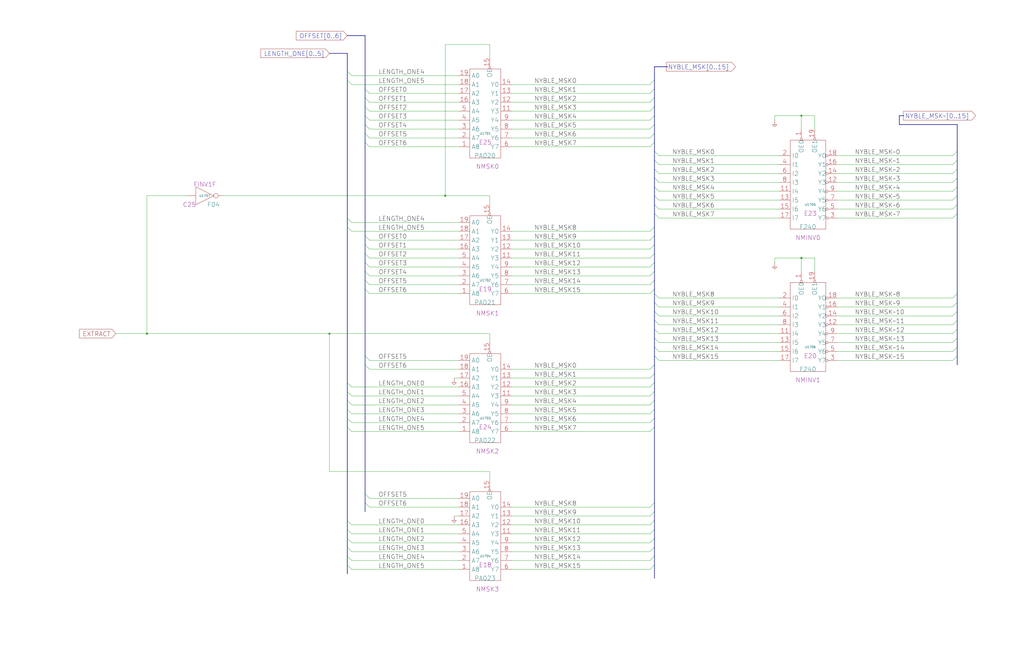
<source format=kicad_sch>
(kicad_sch (version 20250114) (generator "eeschema") (generator_version "9.0")
  (paper "User" 584.2 378.46)
  (title_block (title "ROTATOR NIBBLE MASK") (date "20-MAR-90") (rev "1.0") (comment 1 "FIU") (comment 2 "232-003065") (comment 3 "S400") (comment 4 "RELEASED"))
  (lib_symbols
    (symbol "r1000:F04" (pin_numbers (hide yes)) (pin_names (hide yes))
      (property "Reference" "U" (at 0 0 0))
      (property "Value" "F04" (at 1.27 -5.08 0))
      (property "Location" "___" (at -12.7 -5.08 0))
      (property "Name" "______" (at 0 5.08 0))
      (symbol "F04_0_1"
        (polyline (pts (xy -7.62 0) (xy -5.08 0)) (stroke (width 0.1524)))
        (polyline (pts (xy -5.08 5.08) (xy -5.08 -5.08)) (stroke (width 0.1524)))
        (polyline (pts (xy 5.08 0) (xy -5.08 5.08)) (stroke (width 0.1524)))
        (polyline (pts (xy 5.08 0) (xy -5.08 -5.08)) (stroke (width 0.1524)))
        (circle (center 6.35 0) (radius 1.27) (stroke (width 0.1524)))
      )
      (symbol "F04_1_1"
        (pin input line (at -10.16 0 0) (length 2.54) (name "D0") (number "1"))
        (pin output line (at 10.16 0 180) (length 2.54) (name "Q") (number "2"))
      )
    )
    (symbol "r1000:F240" (pin_names (offset 1.016))
      (property "Reference" "U" (at 2.54 5.08 0))
      (property "Value" "F240" (at -3.81 -7.62 0))
      (property "Location" "___" (at -1.27 0 0))
      (property "Name" "______" (at 1.27 -15.24 0))
      (symbol "F240_1_1"
        (rectangle (start -8.89 41.91) (end 11.43 -8.89))
        (circle (center -2.54 42.545) (radius 0.635))
        (circle (center 5.08 42.545) (radius 0.635))
        (circle (center 12.065 33.02) (radius 0.635))
        (circle (center 12.065 27.94) (radius 0.635))
        (circle (center 12.065 22.86) (radius 0.635))
        (circle (center 12.065 17.78) (radius 0.635))
        (circle (center 12.065 12.7) (radius 0.635))
        (circle (center 12.065 7.62) (radius 0.635))
        (circle (center 12.065 2.54) (radius 0.635))
        (circle (center 12.065 -2.54) (radius 0.635))
        (pin input line (at -15.24 33.02 0) (length 6.35) (name "I0") (number "2"))
        (pin input line (at -15.24 27.94 0) (length 6.35) (name "I1") (number "4"))
        (pin input line (at -15.24 22.86 0) (length 6.35) (name "I2") (number "6"))
        (pin input line (at -15.24 17.78 0) (length 6.35) (name "I3") (number "8"))
        (pin input line (at -15.24 12.7 0) (length 6.35) (name "I4") (number "11"))
        (pin input line (at -15.24 7.62 0) (length 6.35) (name "I5") (number "13"))
        (pin input line (at -15.24 2.54 0) (length 6.35) (name "I6") (number "15"))
        (pin input line (at -15.24 -2.54 0) (length 6.35) (name "I7") (number "17"))
        (pin input line (at -2.54 48.26 270) (length 5.08) (name "OE0") (number "1"))
        (pin input line (at 5.08 48.26 270) (length 5.08) (name "OE1") (number "19"))
        (pin tri_state line (at 17.78 33.02 180) (length 5.08) (name "Y0") (number "18"))
        (pin tri_state line (at 17.78 27.94 180) (length 5.08) (name "Y1") (number "16"))
        (pin tri_state line (at 17.78 22.86 180) (length 5.08) (name "Y2") (number "14"))
        (pin tri_state line (at 17.78 17.78 180) (length 5.08) (name "Y3") (number "12"))
        (pin tri_state line (at 17.78 12.7 180) (length 5.08) (name "Y4") (number "9"))
        (pin tri_state line (at 17.78 7.62 180) (length 5.08) (name "Y5") (number "7"))
        (pin tri_state line (at 17.78 2.54 180) (length 5.08) (name "Y6") (number "5"))
        (pin tri_state line (at 17.78 -2.54 180) (length 5.08) (name "Y7") (number "3"))
      )
    )
    (symbol "r1000:PAxxx" (pin_names (offset 1.016))
      (property "Reference" "U" (at 2.54 5.08 0))
      (property "Value" "PAxxx" (at -3.81 -7.62 0))
      (property "Location" "___" (at -1.27 0 0))
      (property "Name" "______" (at 3.81 -15.24 0))
      (symbol "PAxxx_1_1"
        (rectangle (start -6.35 41.91) (end 11.43 -8.89))
        (circle (center 5.08 42.545) (radius 0.635))
        (pin input line (at -12.7 38.1 0) (length 6.35) (name "A0") (number "19"))
        (pin input line (at -12.7 33.02 0) (length 6.35) (name "A1") (number "18"))
        (pin input line (at -12.7 27.94 0) (length 6.35) (name "A2") (number "17"))
        (pin input line (at -12.7 22.86 0) (length 6.35) (name "A3") (number "16"))
        (pin input line (at -12.7 17.78 0) (length 6.35) (name "A4") (number "5"))
        (pin input line (at -12.7 12.7 0) (length 6.35) (name "A5") (number "4"))
        (pin input line (at -12.7 7.62 0) (length 6.35) (name "A6") (number "3"))
        (pin input line (at -12.7 2.54 0) (length 6.35) (name "A7") (number "2"))
        (pin input line (at -12.7 -2.54 0) (length 6.35) (name "A8") (number "1"))
        (pin input line (at 5.08 48.26 270) (length 5.08) (name "OE") (number "15"))
        (pin tri_state line (at 17.78 33.02 180) (length 6.35) (name "Y0") (number "14"))
        (pin tri_state line (at 17.78 27.94 180) (length 6.35) (name "Y1") (number "13"))
        (pin tri_state line (at 17.78 22.86 180) (length 6.35) (name "Y2") (number "12"))
        (pin tri_state line (at 17.78 17.78 180) (length 6.35) (name "Y3") (number "11"))
        (pin tri_state line (at 17.78 12.7 180) (length 6.35) (name "Y4") (number "9"))
        (pin tri_state line (at 17.78 7.62 180) (length 6.35) (name "Y5") (number "8"))
        (pin tri_state line (at 17.78 2.54 180) (length 6.35) (name "Y6") (number "7"))
        (pin tri_state line (at 17.78 -2.54 180) (length 6.35) (name "Y7") (number "6"))
      )
    )
    (symbol "r1000:PD" (power) (pin_numbers (hide yes)) (pin_names (hide yes)) (in_bom no)
      (symbol "PD_0_1"
        (polyline (pts (xy 0 -2.54) (xy 1.27 -2.54) (xy 0 -3.81) (xy -1.27 -2.54) (xy 0 -2.54)) (stroke (width 0.1524)))
      )
      (symbol "PD_1_1"
        (pin power_in line (at 0 0 270) (length 2.54) (name "PD") (number "1"))
      )
    )
  )
  (junction (at 457.2 147.32))
  (junction (at 83.82 190.5))
  (junction (at 254 111.76))
  (junction (at 457.2 66.04))
  (junction (at 187.96 190.5))
  (bus_entry (at 208.28 208.28) (size 2.54 2.54))
  (bus_entry (at 373.38 233.68) (size -2.54 2.54))
  (bus_entry (at 198.12 40.64) (size 2.54 2.54))
  (bus_entry (at 208.28 134.62) (size 2.54 2.54))
  (bus_entry (at 373.38 238.76) (size -2.54 2.54))
  (bus_entry (at 208.28 144.78) (size 2.54 2.54))
  (bus_entry (at 373.38 129.54) (size -2.54 2.54))
  (bus_entry (at 373.38 218.44) (size -2.54 2.54))
  (bus_entry (at 208.28 60.96) (size 2.54 2.54))
  (bus_entry (at 546.1 116.84) (size -2.54 2.54))
  (bus_entry (at 373.38 243.84) (size -2.54 2.54))
  (bus_entry (at 373.38 165.1) (size -2.54 2.54))
  (bus_entry (at 546.1 198.12) (size -2.54 2.54))
  (bus_entry (at 373.38 149.86) (size -2.54 2.54))
  (bus_entry (at 198.12 322.58) (size 2.54 2.54))
  (bus_entry (at 373.38 228.6) (size -2.54 2.54))
  (bus_entry (at 208.28 81.28) (size 2.54 2.54))
  (bus_entry (at 546.1 182.88) (size -2.54 2.54))
  (bus_entry (at 198.12 297.18) (size 2.54 2.54))
  (bus_entry (at 198.12 317.5) (size 2.54 2.54))
  (bus_entry (at 373.38 106.68) (size 2.54 2.54))
  (bus_entry (at 373.38 292.1) (size -2.54 2.54))
  (bus_entry (at 373.38 134.62) (size -2.54 2.54))
  (bus_entry (at 546.1 86.36) (size -2.54 2.54))
  (bus_entry (at 198.12 307.34) (size 2.54 2.54))
  (bus_entry (at 208.28 149.86) (size 2.54 2.54))
  (bus_entry (at 373.38 96.52) (size 2.54 2.54))
  (bus_entry (at 373.38 81.28) (size -2.54 2.54))
  (bus_entry (at 208.28 139.7) (size 2.54 2.54))
  (bus_entry (at 373.38 203.2) (size 2.54 2.54))
  (bus_entry (at 373.38 223.52) (size -2.54 2.54))
  (bus_entry (at 198.12 223.52) (size 2.54 2.54))
  (bus_entry (at 198.12 124.46) (size 2.54 2.54))
  (bus_entry (at 373.38 60.96) (size -2.54 2.54))
  (bus_entry (at 208.28 76.2) (size 2.54 2.54))
  (bus_entry (at 198.12 233.68) (size 2.54 2.54))
  (bus_entry (at 546.1 121.92) (size -2.54 2.54))
  (bus_entry (at 373.38 55.88) (size -2.54 2.54))
  (bus_entry (at 373.38 322.58) (size -2.54 2.54))
  (bus_entry (at 546.1 167.64) (size -2.54 2.54))
  (bus_entry (at 208.28 55.88) (size 2.54 2.54))
  (bus_entry (at 373.38 144.78) (size -2.54 2.54))
  (bus_entry (at 373.38 86.36) (size 2.54 2.54))
  (bus_entry (at 373.38 302.26) (size -2.54 2.54))
  (bus_entry (at 373.38 198.12) (size 2.54 2.54))
  (bus_entry (at 373.38 213.36) (size -2.54 2.54))
  (bus_entry (at 373.38 317.5) (size -2.54 2.54))
  (bus_entry (at 546.1 172.72) (size -2.54 2.54))
  (bus_entry (at 373.38 287.02) (size -2.54 2.54))
  (bus_entry (at 546.1 203.2) (size -2.54 2.54))
  (bus_entry (at 373.38 121.92) (size 2.54 2.54))
  (bus_entry (at 208.28 66.04) (size 2.54 2.54))
  (bus_entry (at 546.1 101.6) (size -2.54 2.54))
  (bus_entry (at 208.28 160.02) (size 2.54 2.54))
  (bus_entry (at 208.28 50.8) (size 2.54 2.54))
  (bus_entry (at 208.28 287.02) (size 2.54 2.54))
  (bus_entry (at 208.28 281.94) (size 2.54 2.54))
  (bus_entry (at 373.38 167.64) (size 2.54 2.54))
  (bus_entry (at 546.1 193.04) (size -2.54 2.54))
  (bus_entry (at 373.38 177.8) (size 2.54 2.54))
  (bus_entry (at 373.38 193.04) (size 2.54 2.54))
  (bus_entry (at 208.28 71.12) (size 2.54 2.54))
  (bus_entry (at 373.38 154.94) (size -2.54 2.54))
  (bus_entry (at 373.38 139.7) (size -2.54 2.54))
  (bus_entry (at 546.1 106.68) (size -2.54 2.54))
  (bus_entry (at 198.12 312.42) (size 2.54 2.54))
  (bus_entry (at 208.28 165.1) (size 2.54 2.54))
  (bus_entry (at 198.12 129.54) (size 2.54 2.54))
  (bus_entry (at 546.1 96.52) (size -2.54 2.54))
  (bus_entry (at 198.12 218.44) (size 2.54 2.54))
  (bus_entry (at 198.12 228.6) (size 2.54 2.54))
  (bus_entry (at 373.38 76.2) (size -2.54 2.54))
  (bus_entry (at 373.38 312.42) (size -2.54 2.54))
  (bus_entry (at 373.38 208.28) (size -2.54 2.54))
  (bus_entry (at 208.28 154.94) (size 2.54 2.54))
  (bus_entry (at 373.38 182.88) (size 2.54 2.54))
  (bus_entry (at 373.38 101.6) (size 2.54 2.54))
  (bus_entry (at 546.1 91.44) (size -2.54 2.54))
  (bus_entry (at 546.1 111.76) (size -2.54 2.54))
  (bus_entry (at 198.12 243.84) (size 2.54 2.54))
  (bus_entry (at 373.38 45.72) (size -2.54 2.54))
  (bus_entry (at 198.12 238.76) (size 2.54 2.54))
  (bus_entry (at 373.38 172.72) (size 2.54 2.54))
  (bus_entry (at 373.38 50.8) (size -2.54 2.54))
  (bus_entry (at 198.12 302.26) (size 2.54 2.54))
  (bus_entry (at 373.38 307.34) (size -2.54 2.54))
  (bus_entry (at 546.1 177.8) (size -2.54 2.54))
  (bus_entry (at 373.38 116.84) (size 2.54 2.54))
  (bus_entry (at 546.1 187.96) (size -2.54 2.54))
  (bus_entry (at 198.12 45.72) (size 2.54 2.54))
  (bus_entry (at 373.38 297.18) (size -2.54 2.54))
  (bus_entry (at 208.28 203.2) (size 2.54 2.54))
  (bus_entry (at 373.38 71.12) (size -2.54 2.54))
  (bus_entry (at 373.38 91.44) (size 2.54 2.54))
  (bus_entry (at 373.38 66.04) (size -2.54 2.54))
  (bus_entry (at 373.38 111.76) (size 2.54 2.54))
  (bus_entry (at 373.38 187.96) (size 2.54 2.54))
  (bus_entry (at 373.38 160.02) (size -2.54 2.54))
  (bus (pts (xy 187.96 30.48) (xy 198.12 30.48)))
  (bus (pts (xy 198.12 317.5) (xy 198.12 322.58)))
  (bus (pts (xy 546.1 187.96) (xy 546.1 193.04)))
  (wire (pts (xy 210.82 142.24) (xy 261.62 142.24)))
  (wire (pts (xy 292.1 309.88) (xy 370.84 309.88)))
  (bus (pts (xy 208.28 139.7) (xy 208.28 144.78)))
  (wire (pts (xy 477.52 104.14) (xy 543.56 104.14)))
  (bus (pts (xy 198.12 218.44) (xy 198.12 223.52)))
  (wire (pts (xy 200.66 220.98) (xy 261.62 220.98)))
  (bus (pts (xy 198.12 312.42) (xy 198.12 317.5)))
  (bus (pts (xy 198.12 302.26) (xy 198.12 307.34)))
  (wire (pts (xy 292.1 236.22) (xy 370.84 236.22)))
  (wire (pts (xy 210.82 73.66) (xy 261.62 73.66)))
  (wire (pts (xy 210.82 78.74) (xy 261.62 78.74)))
  (wire (pts (xy 292.1 142.24) (xy 370.84 142.24)))
  (bus (pts (xy 373.38 292.1) (xy 373.38 297.18)))
  (wire (pts (xy 259.08 215.9) (xy 261.62 215.9)))
  (wire (pts (xy 200.66 246.38) (xy 261.62 246.38)))
  (bus (pts (xy 208.28 287.02) (xy 208.28 292.1)))
  (bus (pts (xy 373.38 302.26) (xy 373.38 307.34)))
  (wire (pts (xy 292.1 215.9) (xy 370.84 215.9)))
  (wire (pts (xy 457.2 66.04) (xy 457.2 73.66)))
  (wire (pts (xy 375.92 124.46) (xy 444.5 124.46)))
  (bus (pts (xy 373.38 218.44) (xy 373.38 223.52)))
  (bus (pts (xy 373.38 223.52) (xy 373.38 228.6)))
  (wire (pts (xy 200.66 48.26) (xy 261.62 48.26)))
  (bus (pts (xy 373.38 144.78) (xy 373.38 149.86)))
  (bus (pts (xy 198.12 20.32) (xy 208.28 20.32)))
  (bus (pts (xy 373.38 172.72) (xy 373.38 177.8)))
  (wire (pts (xy 477.52 195.58) (xy 543.56 195.58)))
  (wire (pts (xy 279.4 33.02) (xy 279.4 25.4)))
  (bus (pts (xy 198.12 243.84) (xy 198.12 297.18)))
  (wire (pts (xy 279.4 116.84) (xy 279.4 111.76)))
  (wire (pts (xy 200.66 304.8) (xy 261.62 304.8)))
  (wire (pts (xy 457.2 147.32) (xy 441.96 147.32)))
  (bus (pts (xy 208.28 50.8) (xy 208.28 55.88)))
  (bus (pts (xy 373.38 76.2) (xy 373.38 81.28)))
  (bus (pts (xy 198.12 238.76) (xy 198.12 243.84)))
  (wire (pts (xy 210.82 162.56) (xy 261.62 162.56)))
  (wire (pts (xy 292.1 147.32) (xy 370.84 147.32)))
  (bus (pts (xy 546.1 198.12) (xy 546.1 203.2)))
  (bus (pts (xy 373.38 297.18) (xy 373.38 302.26)))
  (wire (pts (xy 375.92 200.66) (xy 444.5 200.66)))
  (bus (pts (xy 208.28 208.28) (xy 208.28 281.94)))
  (wire (pts (xy 210.82 137.16) (xy 261.62 137.16)))
  (bus (pts (xy 373.38 167.64) (xy 373.38 172.72)))
  (wire (pts (xy 292.1 226.06) (xy 370.84 226.06)))
  (wire (pts (xy 254 25.4) (xy 254 111.76)))
  (bus (pts (xy 208.28 144.78) (xy 208.28 149.86)))
  (bus (pts (xy 546.1 121.92) (xy 546.1 167.64)))
  (bus (pts (xy 546.1 71.12) (xy 546.1 86.36)))
  (wire (pts (xy 464.82 154.94) (xy 464.82 147.32)))
  (wire (pts (xy 210.82 68.58) (xy 261.62 68.58)))
  (wire (pts (xy 292.1 294.64) (xy 370.84 294.64)))
  (wire (pts (xy 259.08 294.64) (xy 261.62 294.64)))
  (wire (pts (xy 477.52 180.34) (xy 543.56 180.34)))
  (wire (pts (xy 127 111.76) (xy 254 111.76)))
  (bus (pts (xy 373.38 101.6) (xy 373.38 106.68)))
  (wire (pts (xy 292.1 73.66) (xy 370.84 73.66)))
  (bus (pts (xy 198.12 228.6) (xy 198.12 233.68)))
  (bus (pts (xy 373.38 307.34) (xy 373.38 312.42)))
  (bus (pts (xy 198.12 45.72) (xy 198.12 124.46)))
  (wire (pts (xy 477.52 124.46) (xy 543.56 124.46)))
  (bus (pts (xy 546.1 167.64) (xy 546.1 172.72)))
  (wire (pts (xy 292.1 246.38) (xy 370.84 246.38)))
  (bus (pts (xy 546.1 101.6) (xy 546.1 106.68)))
  (bus (pts (xy 373.38 193.04) (xy 373.38 198.12)))
  (wire (pts (xy 200.66 241.3) (xy 261.62 241.3)))
  (bus (pts (xy 546.1 182.88) (xy 546.1 187.96)))
  (wire (pts (xy 200.66 132.08) (xy 261.62 132.08)))
  (bus (pts (xy 373.38 322.58) (xy 373.38 330.2)))
  (bus (pts (xy 373.38 177.8) (xy 373.38 182.88)))
  (wire (pts (xy 200.66 226.06) (xy 261.62 226.06)))
  (wire (pts (xy 375.92 190.5) (xy 444.5 190.5)))
  (bus (pts (xy 208.28 154.94) (xy 208.28 160.02)))
  (wire (pts (xy 292.1 210.82) (xy 370.84 210.82)))
  (bus (pts (xy 373.38 60.96) (xy 373.38 66.04)))
  (wire (pts (xy 375.92 104.14) (xy 444.5 104.14)))
  (bus (pts (xy 373.38 134.62) (xy 373.38 139.7)))
  (wire (pts (xy 292.1 304.8) (xy 370.84 304.8)))
  (wire (pts (xy 187.96 269.24) (xy 187.96 190.5)))
  (bus (pts (xy 373.38 111.76) (xy 373.38 116.84)))
  (bus (pts (xy 373.38 317.5) (xy 373.38 322.58)))
  (wire (pts (xy 375.92 109.22) (xy 444.5 109.22)))
  (bus (pts (xy 373.38 86.36) (xy 373.38 91.44)))
  (bus (pts (xy 373.38 238.76) (xy 373.38 243.84)))
  (bus (pts (xy 208.28 149.86) (xy 208.28 154.94)))
  (wire (pts (xy 292.1 58.42) (xy 370.84 58.42)))
  (wire (pts (xy 292.1 231.14) (xy 370.84 231.14)))
  (wire (pts (xy 477.52 114.3) (xy 543.56 114.3)))
  (wire (pts (xy 210.82 167.64) (xy 261.62 167.64)))
  (bus (pts (xy 373.38 287.02) (xy 373.38 292.1)))
  (bus (pts (xy 208.28 165.1) (xy 208.28 203.2)))
  (bus (pts (xy 373.38 165.1) (xy 373.38 167.64)))
  (wire (pts (xy 187.96 190.5) (xy 83.82 190.5)))
  (wire (pts (xy 279.4 25.4) (xy 254 25.4)))
  (wire (pts (xy 210.82 58.42) (xy 261.62 58.42)))
  (wire (pts (xy 375.92 119.38) (xy 444.5 119.38)))
  (wire (pts (xy 464.82 66.04) (xy 457.2 66.04)))
  (bus (pts (xy 546.1 203.2) (xy 546.1 208.28)))
  (bus (pts (xy 546.1 172.72) (xy 546.1 177.8)))
  (wire (pts (xy 279.4 269.24) (xy 187.96 269.24)))
  (bus (pts (xy 373.38 38.1) (xy 373.38 45.72)))
  (wire (pts (xy 477.52 190.5) (xy 543.56 190.5)))
  (wire (pts (xy 210.82 152.4) (xy 261.62 152.4)))
  (wire (pts (xy 477.52 170.18) (xy 543.56 170.18)))
  (wire (pts (xy 292.1 325.12) (xy 370.84 325.12)))
  (wire (pts (xy 292.1 137.16) (xy 370.84 137.16)))
  (bus (pts (xy 373.38 96.52) (xy 373.38 101.6)))
  (bus (pts (xy 208.28 66.04) (xy 208.28 71.12)))
  (wire (pts (xy 375.92 175.26) (xy 444.5 175.26)))
  (wire (pts (xy 210.82 63.5) (xy 261.62 63.5)))
  (bus (pts (xy 546.1 96.52) (xy 546.1 101.6)))
  (bus (pts (xy 373.38 213.36) (xy 373.38 218.44)))
  (wire (pts (xy 375.92 114.3) (xy 444.5 114.3)))
  (wire (pts (xy 292.1 320.04) (xy 370.84 320.04)))
  (wire (pts (xy 477.52 200.66) (xy 543.56 200.66)))
  (bus (pts (xy 546.1 111.76) (xy 546.1 116.84)))
  (bus (pts (xy 546.1 116.84) (xy 546.1 121.92)))
  (bus (pts (xy 373.38 139.7) (xy 373.38 144.78)))
  (bus (pts (xy 546.1 86.36) (xy 546.1 91.44)))
  (wire (pts (xy 279.4 190.5) (xy 187.96 190.5)))
  (bus (pts (xy 198.12 30.48) (xy 198.12 40.64)))
  (wire (pts (xy 200.66 231.14) (xy 261.62 231.14)))
  (bus (pts (xy 198.12 307.34) (xy 198.12 312.42)))
  (wire (pts (xy 279.4 274.32) (xy 279.4 269.24)))
  (bus (pts (xy 373.38 116.84) (xy 373.38 121.92)))
  (wire (pts (xy 375.92 180.34) (xy 444.5 180.34)))
  (wire (pts (xy 292.1 132.08) (xy 370.84 132.08)))
  (wire (pts (xy 292.1 157.48) (xy 370.84 157.48)))
  (wire (pts (xy 292.1 167.64) (xy 370.84 167.64)))
  (wire (pts (xy 292.1 68.58) (xy 370.84 68.58)))
  (wire (pts (xy 200.66 320.04) (xy 261.62 320.04)))
  (bus (pts (xy 373.38 45.72) (xy 373.38 50.8)))
  (bus (pts (xy 208.28 203.2) (xy 208.28 208.28)))
  (bus (pts (xy 373.38 243.84) (xy 373.38 287.02)))
  (bus (pts (xy 373.38 154.94) (xy 373.38 160.02)))
  (wire (pts (xy 375.92 93.98) (xy 444.5 93.98)))
  (wire (pts (xy 210.82 284.48) (xy 261.62 284.48)))
  (bus (pts (xy 208.28 160.02) (xy 208.28 165.1)))
  (bus (pts (xy 373.38 55.88) (xy 373.38 60.96)))
  (bus (pts (xy 373.38 233.68) (xy 373.38 238.76)))
  (wire (pts (xy 477.52 205.74) (xy 543.56 205.74)))
  (bus (pts (xy 208.28 20.32) (xy 208.28 50.8)))
  (bus (pts (xy 373.38 50.8) (xy 373.38 55.88)))
  (bus (pts (xy 546.1 71.12) (xy 513.08 71.12)))
  (wire (pts (xy 375.92 88.9) (xy 444.5 88.9)))
  (bus (pts (xy 198.12 297.18) (xy 198.12 302.26)))
  (bus (pts (xy 198.12 233.68) (xy 198.12 238.76)))
  (wire (pts (xy 292.1 63.5) (xy 370.84 63.5)))
  (wire (pts (xy 106.68 111.76) (xy 83.82 111.76)))
  (bus (pts (xy 373.38 129.54) (xy 373.38 134.62)))
  (bus (pts (xy 546.1 91.44) (xy 546.1 96.52)))
  (wire (pts (xy 200.66 43.18) (xy 261.62 43.18)))
  (bus (pts (xy 373.38 106.68) (xy 373.38 111.76)))
  (wire (pts (xy 200.66 309.88) (xy 261.62 309.88)))
  (bus (pts (xy 373.38 312.42) (xy 373.38 317.5)))
  (bus (pts (xy 208.28 281.94) (xy 208.28 287.02)))
  (wire (pts (xy 292.1 48.26) (xy 370.84 48.26)))
  (wire (pts (xy 210.82 205.74) (xy 261.62 205.74)))
  (wire (pts (xy 292.1 152.4) (xy 370.84 152.4)))
  (bus (pts (xy 198.12 322.58) (xy 198.12 327.66)))
  (wire (pts (xy 210.82 83.82) (xy 261.62 83.82)))
  (bus (pts (xy 513.08 71.12) (xy 513.08 66.04)))
  (bus (pts (xy 373.38 81.28) (xy 373.38 86.36)))
  (wire (pts (xy 477.52 99.06) (xy 543.56 99.06)))
  (bus (pts (xy 373.38 160.02) (xy 373.38 165.1)))
  (wire (pts (xy 200.66 299.72) (xy 261.62 299.72)))
  (wire (pts (xy 457.2 66.04) (xy 441.96 66.04)))
  (wire (pts (xy 477.52 175.26) (xy 543.56 175.26)))
  (wire (pts (xy 477.52 88.9) (xy 543.56 88.9)))
  (wire (pts (xy 375.92 185.42) (xy 444.5 185.42)))
  (bus (pts (xy 373.38 228.6) (xy 373.38 233.68)))
  (wire (pts (xy 292.1 220.98) (xy 370.84 220.98)))
  (wire (pts (xy 200.66 314.96) (xy 261.62 314.96)))
  (bus (pts (xy 546.1 106.68) (xy 546.1 111.76)))
  (wire (pts (xy 83.82 190.5) (xy 66.04 190.5)))
  (bus (pts (xy 373.38 208.28) (xy 373.38 213.36)))
  (wire (pts (xy 210.82 289.56) (xy 261.62 289.56)))
  (bus (pts (xy 208.28 76.2) (xy 208.28 81.28)))
  (wire (pts (xy 292.1 78.74) (xy 370.84 78.74)))
  (wire (pts (xy 200.66 325.12) (xy 261.62 325.12)))
  (bus (pts (xy 208.28 134.62) (xy 208.28 139.7)))
  (bus (pts (xy 373.38 91.44) (xy 373.38 96.52)))
  (wire (pts (xy 477.52 185.42) (xy 543.56 185.42)))
  (bus (pts (xy 198.12 129.54) (xy 198.12 218.44)))
  (bus (pts (xy 198.12 124.46) (xy 198.12 129.54)))
  (wire (pts (xy 292.1 241.3) (xy 370.84 241.3)))
  (wire (pts (xy 375.92 195.58) (xy 444.5 195.58)))
  (wire (pts (xy 441.96 147.32) (xy 441.96 149.86)))
  (wire (pts (xy 210.82 157.48) (xy 261.62 157.48)))
  (bus (pts (xy 198.12 223.52) (xy 198.12 228.6)))
  (bus (pts (xy 198.12 40.64) (xy 198.12 45.72)))
  (bus (pts (xy 208.28 60.96) (xy 208.28 66.04)))
  (wire (pts (xy 292.1 162.56) (xy 370.84 162.56)))
  (bus (pts (xy 373.38 182.88) (xy 373.38 187.96)))
  (wire (pts (xy 292.1 289.56) (xy 370.84 289.56)))
  (bus (pts (xy 373.38 203.2) (xy 373.38 208.28)))
  (wire (pts (xy 292.1 53.34) (xy 370.84 53.34)))
  (bus (pts (xy 513.08 66.04) (xy 515.62 66.04)))
  (bus (pts (xy 373.38 187.96) (xy 373.38 193.04)))
  (wire (pts (xy 477.52 119.38) (xy 543.56 119.38)))
  (wire (pts (xy 441.96 66.04) (xy 441.96 68.58)))
  (wire (pts (xy 477.52 109.22) (xy 543.56 109.22)))
  (wire (pts (xy 457.2 147.32) (xy 457.2 154.94)))
  (bus (pts (xy 373.38 38.1) (xy 381 38.1)))
  (wire (pts (xy 375.92 205.74) (xy 444.5 205.74)))
  (wire (pts (xy 210.82 147.32) (xy 261.62 147.32)))
  (wire (pts (xy 375.92 170.18) (xy 444.5 170.18)))
  (bus (pts (xy 373.38 71.12) (xy 373.38 76.2)))
  (wire (pts (xy 464.82 73.66) (xy 464.82 66.04)))
  (wire (pts (xy 279.4 195.58) (xy 279.4 190.5)))
  (wire (pts (xy 83.82 111.76) (xy 83.82 190.5)))
  (wire (pts (xy 210.82 210.82) (xy 261.62 210.82)))
  (bus (pts (xy 373.38 66.04) (xy 373.38 71.12)))
  (bus (pts (xy 208.28 81.28) (xy 208.28 134.62)))
  (wire (pts (xy 292.1 83.82) (xy 370.84 83.82)))
  (bus (pts (xy 373.38 121.92) (xy 373.38 129.54)))
  (bus (pts (xy 546.1 193.04) (xy 546.1 198.12)))
  (wire (pts (xy 200.66 127) (xy 261.62 127)))
  (wire (pts (xy 477.52 93.98) (xy 543.56 93.98)))
  (bus (pts (xy 373.38 149.86) (xy 373.38 154.94)))
  (wire (pts (xy 200.66 236.22) (xy 261.62 236.22)))
  (bus (pts (xy 546.1 177.8) (xy 546.1 182.88)))
  (wire (pts (xy 375.92 99.06) (xy 444.5 99.06)))
  (wire (pts (xy 254 111.76) (xy 279.4 111.76)))
  (bus (pts (xy 373.38 198.12) (xy 373.38 203.2)))
  (bus (pts (xy 208.28 55.88) (xy 208.28 60.96)))
  (wire (pts (xy 292.1 314.96) (xy 370.84 314.96)))
  (wire (pts (xy 464.82 147.32) (xy 457.2 147.32)))
  (bus (pts (xy 208.28 71.12) (xy 208.28 76.2)))
  (wire (pts (xy 292.1 299.72) (xy 370.84 299.72)))
  (wire (pts (xy 210.82 53.34) (xy 261.62 53.34)))
  (label "NYBLE_MSK5" (at 383.54 114.3 0) (effects (font (size 2.54 2.54))))
  (label "NYBLE_MSK13" (at 304.8 157.48 0) (effects (font (size 2.54 2.54))))
  (label "LENGTH_ONE0" (at 215.9 220.98 0) (effects (font (size 2.54 2.54))))
  (label "NYBLE_MSK2" (at 304.8 220.98 0) (effects (font (size 2.54 2.54))))
  (label "NYBLE_MSK3" (at 304.8 63.5 0) (effects (font (size 2.54 2.54))))
  (label "LENGTH_ONE4" (at 215.9 241.3 0) (effects (font (size 2.54 2.54))))
  (label "NYBLE_MSK11" (at 383.54 185.42 0) (effects (font (size 2.54 2.54))))
  (label "OFFSET1" (at 215.9 142.24 0) (effects (font (size 2.54 2.54))))
  (label "OFFSET2" (at 215.9 63.5 0) (effects (font (size 2.54 2.54))))
  (label "NYBLE_MSK8" (at 383.54 170.18 0) (effects (font (size 2.54 2.54))))
  (label "NYBLE_MSK9" (at 383.54 175.26 0) (effects (font (size 2.54 2.54))))
  (label "NYBLE_MSK7" (at 304.8 83.82 0) (effects (font (size 2.54 2.54))))
  (label "OFFSET1" (at 215.9 58.42 0) (effects (font (size 2.54 2.54))))
  (label "NYBLE_MSK5" (at 304.8 73.66 0) (effects (font (size 2.54 2.54))))
  (label "LENGTH_ONE5" (at 215.9 246.38 0) (effects (font (size 2.54 2.54))))
  (label "OFFSET6" (at 215.9 210.82 0) (effects (font (size 2.54 2.54))))
  (label "LENGTH_ONE1" (at 215.9 226.06 0) (effects (font (size 2.54 2.54))))
  (label "OFFSET5" (at 215.9 284.48 0) (effects (font (size 2.54 2.54))))
  (label "OFFSET5" (at 215.9 78.74 0) (effects (font (size 2.54 2.54))))
  (label "NYBLE_MSK1" (at 383.54 93.98 0) (effects (font (size 2.54 2.54))))
  (label "NYBLE_MSK~8" (at 487.68 170.18 0) (effects (font (size 2.54 2.54))))
  (label "OFFSET5" (at 215.9 205.74 0) (effects (font (size 2.54 2.54))))
  (label "NYBLE_MSK12" (at 304.8 309.88 0) (effects (font (size 2.54 2.54))))
  (label "LENGTH_ONE2" (at 215.9 309.88 0) (effects (font (size 2.54 2.54))))
  (label "NYBLE_MSK~13" (at 487.68 195.58 0) (effects (font (size 2.54 2.54))))
  (label "OFFSET6" (at 215.9 289.56 0) (effects (font (size 2.54 2.54))))
  (label "NYBLE_MSK11" (at 304.8 304.8 0) (effects (font (size 2.54 2.54))))
  (label "LENGTH_ONE3" (at 215.9 236.22 0) (effects (font (size 2.54 2.54))))
  (label "LENGTH_ONE0" (at 215.9 299.72 0) (effects (font (size 2.54 2.54))))
  (label "LENGTH_ONE4" (at 215.9 320.04 0) (effects (font (size 2.54 2.54))))
  (label "OFFSET3" (at 215.9 68.58 0) (effects (font (size 2.54 2.54))))
  (label "LENGTH_ONE3" (at 215.9 314.96 0) (effects (font (size 2.54 2.54))))
  (label "NYBLE_MSK15" (at 304.8 325.12 0) (effects (font (size 2.54 2.54))))
  (label "NYBLE_MSK8" (at 304.8 289.56 0) (effects (font (size 2.54 2.54))))
  (label "LENGTH_ONE4" (at 215.9 127 0) (effects (font (size 2.54 2.54))))
  (label "NYBLE_MSK~2" (at 487.68 99.06 0) (effects (font (size 2.54 2.54))))
  (label "NYBLE_MSK9" (at 304.8 294.64 0) (effects (font (size 2.54 2.54))))
  (label "NYBLE_MSK15" (at 304.8 167.64 0) (effects (font (size 2.54 2.54))))
  (label "NYBLE_MSK7" (at 304.8 246.38 0) (effects (font (size 2.54 2.54))))
  (label "NYBLE_MSK10" (at 304.8 299.72 0) (effects (font (size 2.54 2.54))))
  (label "NYBLE_MSK~14" (at 487.68 200.66 0) (effects (font (size 2.54 2.54))))
  (label "LENGTH_ONE5" (at 215.9 132.08 0) (effects (font (size 2.54 2.54))))
  (label "OFFSET4" (at 215.9 73.66 0) (effects (font (size 2.54 2.54))))
  (label "NYBLE_MSK7" (at 383.54 124.46 0) (effects (font (size 2.54 2.54))))
  (label "NYBLE_MSK12" (at 383.54 190.5 0) (effects (font (size 2.54 2.54))))
  (label "LENGTH_ONE5" (at 215.9 48.26 0) (effects (font (size 2.54 2.54))))
  (label "NYBLE_MSK~10" (at 487.68 180.34 0) (effects (font (size 2.54 2.54))))
  (label "NYBLE_MSK~5" (at 487.68 114.3 0) (effects (font (size 2.54 2.54))))
  (label "NYBLE_MSK10" (at 383.54 180.34 0) (effects (font (size 2.54 2.54))))
  (label "OFFSET5" (at 215.9 162.56 0) (effects (font (size 2.54 2.54))))
  (label "NYBLE_MSK~12" (at 487.68 190.5 0) (effects (font (size 2.54 2.54))))
  (label "NYBLE_MSK~15" (at 487.68 205.74 0) (effects (font (size 2.54 2.54))))
  (label "NYBLE_MSK3" (at 383.54 104.14 0) (effects (font (size 2.54 2.54))))
  (label "NYBLE_MSK~6" (at 487.68 119.38 0) (effects (font (size 2.54 2.54))))
  (label "NYBLE_MSK13" (at 304.8 314.96 0) (effects (font (size 2.54 2.54))))
  (label "NYBLE_MSK8" (at 304.8 132.08 0) (effects (font (size 2.54 2.54))))
  (label "OFFSET6" (at 215.9 83.82 0) (effects (font (size 2.54 2.54))))
  (label "NYBLE_MSK2" (at 383.54 99.06 0) (effects (font (size 2.54 2.54))))
  (label "OFFSET3" (at 215.9 152.4 0) (effects (font (size 2.54 2.54))))
  (label "NYBLE_MSK1" (at 304.8 215.9 0) (effects (font (size 2.54 2.54))))
  (label "NYBLE_MSK6" (at 304.8 78.74 0) (effects (font (size 2.54 2.54))))
  (label "NYBLE_MSK4" (at 304.8 68.58 0) (effects (font (size 2.54 2.54))))
  (label "NYBLE_MSK~0" (at 487.68 88.9 0) (effects (font (size 2.54 2.54))))
  (label "NYBLE_MSK4" (at 383.54 109.22 0) (effects (font (size 2.54 2.54))))
  (label "NYBLE_MSK0" (at 304.8 210.82 0) (effects (font (size 2.54 2.54))))
  (label "NYBLE_MSK~4" (at 487.68 109.22 0) (effects (font (size 2.54 2.54))))
  (label "NYBLE_MSK~9" (at 487.68 175.26 0) (effects (font (size 2.54 2.54))))
  (label "LENGTH_ONE1" (at 215.9 304.8 0) (effects (font (size 2.54 2.54))))
  (label "NYBLE_MSK14" (at 383.54 200.66 0) (effects (font (size 2.54 2.54))))
  (label "NYBLE_MSK12" (at 304.8 152.4 0) (effects (font (size 2.54 2.54))))
  (label "NYBLE_MSK11" (at 304.8 147.32 0) (effects (font (size 2.54 2.54))))
  (label "NYBLE_MSK6" (at 383.54 119.38 0) (effects (font (size 2.54 2.54))))
  (label "NYBLE_MSK9" (at 304.8 137.16 0) (effects (font (size 2.54 2.54))))
  (label "NYBLE_MSK14" (at 304.8 320.04 0) (effects (font (size 2.54 2.54))))
  (label "LENGTH_ONE4" (at 215.9 43.18 0) (effects (font (size 2.54 2.54))))
  (label "OFFSET0" (at 215.9 137.16 0) (effects (font (size 2.54 2.54))))
  (label "NYBLE_MSK~7" (at 487.68 124.46 0) (effects (font (size 2.54 2.54))))
  (label "NYBLE_MSK2" (at 304.8 58.42 0) (effects (font (size 2.54 2.54))))
  (label "OFFSET2" (at 215.9 147.32 0) (effects (font (size 2.54 2.54))))
  (label "NYBLE_MSK4" (at 304.8 231.14 0) (effects (font (size 2.54 2.54))))
  (label "NYBLE_MSK15" (at 383.54 205.74 0) (effects (font (size 2.54 2.54))))
  (label "NYBLE_MSK0" (at 383.54 88.9 0) (effects (font (size 2.54 2.54))))
  (label "NYBLE_MSK10" (at 304.8 142.24 0) (effects (font (size 2.54 2.54))))
  (label "NYBLE_MSK0" (at 304.8 48.26 0) (effects (font (size 2.54 2.54))))
  (label "NYBLE_MSK6" (at 304.8 241.3 0) (effects (font (size 2.54 2.54))))
  (label "OFFSET4" (at 215.9 157.48 0) (effects (font (size 2.54 2.54))))
  (label "NYBLE_MSK5" (at 304.8 236.22 0) (effects (font (size 2.54 2.54))))
  (label "NYBLE_MSK1" (at 304.8 53.34 0) (effects (font (size 2.54 2.54))))
  (label "OFFSET6" (at 215.9 167.64 0) (effects (font (size 2.54 2.54))))
  (label "NYBLE_MSK13" (at 383.54 195.58 0) (effects (font (size 2.54 2.54))))
  (label "NYBLE_MSK~1" (at 487.68 93.98 0) (effects (font (size 2.54 2.54))))
  (label "NYBLE_MSK3" (at 304.8 226.06 0) (effects (font (size 2.54 2.54))))
  (label "LENGTH_ONE5" (at 215.9 325.12 0) (effects (font (size 2.54 2.54))))
  (label "NYBLE_MSK~3" (at 487.68 104.14 0) (effects (font (size 2.54 2.54))))
  (label "NYBLE_MSK~11" (at 487.68 185.42 0) (effects (font (size 2.54 2.54))))
  (label "LENGTH_ONE2" (at 215.9 231.14 0) (effects (font (size 2.54 2.54))))
  (label "NYBLE_MSK14" (at 304.8 162.56 0) (effects (font (size 2.54 2.54))))
  (label "OFFSET0" (at 215.9 53.34 0) (effects (font (size 2.54 2.54))))
  (global_label "NYBLE_MSK[0..15]" (shape output) (at 380.183 38.1 0) (effects (font (size 2.54 2.54))) (property "Intersheetrefs" "${INTERSHEET_REFS}" (at 419.6014 37.9413 0) (effects (font (size 1.905 1.905)) (justify left))))
  (global_label "LENGTH_ONE[0..5]" (shape input) (at 187.96 30.48 180) (effects (font (size 2.54 2.54))) (property "Intersheetrefs" "${INTERSHEET_REFS}" (at 148.7835 30.3213 0) (effects (font (size 1.905 1.905)) (justify right))))
  (global_label "EXTRACT" (shape input) (at 66.04 190.5 180) (effects (font (size 2.54 2.54))) (property "Intersheetrefs" "${INTERSHEET_REFS}" (at 45.3692 190.3413 0) (effects (font (size 1.905 1.905)) (justify right))))
  (global_label "OFFSET[0..6]" (shape input) (at 198.12 20.32 180) (effects (font (size 2.54 2.54))) (property "Intersheetrefs" "${INTERSHEET_REFS}" (at 168.9826 20.1613 0) (effects (font (size 1.905 1.905)) (justify right))))
  (global_label "NYBLE_MSK~[0..15]" (shape output) (at 515.3598 66.04 0) (effects (font (size 2.54 2.54))) (property "Intersheetrefs" "${INTERSHEET_REFS}" (at 556.5925 65.8813 0) (effects (font (size 1.905 1.905)) (justify left))))
  (symbol (lib_id "r1000:PD") (at 259.08 294.64 0) (unit 1) (in_bom no)
    (property "Reference" "#PWR0128" (effects (hide yes)))
    (property "Value" "PD" (effects (hide yes)))
  )
  (symbol (lib_id "r1000:F04") (at 116.84 111.76 0) (unit 1)
    (property "Reference" "U1707" (at 116.84 111.76 0))
    (property "Value" "F04" (at 118.11 116.84 0) (effects (font (size 2.54 2.54)) (justify left)))
    (property "Location" "C25" (at 104.14 116.84 0) (effects (font (size 2.54 2.54)) (justify left)))
    (property "Name" "FINV1F" (at 116.84 106.68 0) (effects (font (size 2.54 2.54)) (justify bottom)))
  )
  (symbol (lib_id "r1000:PD") (at 441.96 68.58 0) (unit 1) (in_bom no)
    (property "Reference" "#PWR01701" (effects (hide yes)))
    (property "Value" "PD" (effects (hide yes)))
  )
  (symbol (lib_id "r1000:PD") (at 259.08 215.9 0) (unit 1) (in_bom no)
    (property "Reference" "#PWR0129" (effects (hide yes)))
    (property "Value" "PD" (effects (hide yes)))
  )
  (symbol (lib_id "r1000:PAxxx") (at 274.32 165.1 0) (unit 1)
    (property "Reference" "U1702" (at 276.86 160.02 0))
    (property "Value" "PA021" (at 270.51 172.72 0) (effects (font (size 2.54 2.54)) (justify left)))
    (property "Location" "E19" (at 273.05 165.1 0) (effects (font (size 2.54 2.54)) (justify left)))
    (property "Name" "NMSK1" (at 278.13 180.34 0) (effects (font (size 2.54 2.54)) (justify bottom)))
  )
  (symbol (lib_id "r1000:F240") (at 459.74 121.92 0) (unit 1)
    (property "Reference" "U1705" (at 462.28 116.84 0))
    (property "Value" "F240" (at 455.93 129.54 0) (effects (font (size 2.54 2.54)) (justify left)))
    (property "Location" "E23" (at 458.47 121.92 0) (effects (font (size 2.54 2.54)) (justify left)))
    (property "Name" "NMINV0" (at 461.01 137.16 0) (effects (font (size 2.54 2.54)) (justify bottom)))
  )
  (symbol (lib_id "r1000:PAxxx") (at 274.32 322.58 0) (unit 1)
    (property "Reference" "U1704" (at 276.86 317.5 0))
    (property "Value" "PA023" (at 270.51 330.2 0) (effects (font (size 2.54 2.54)) (justify left)))
    (property "Location" "E18" (at 273.05 322.58 0) (effects (font (size 2.54 2.54)) (justify left)))
    (property "Name" "NMSK3" (at 278.13 337.82 0) (effects (font (size 2.54 2.54)) (justify bottom)))
  )
  (symbol (lib_id "r1000:PAxxx") (at 274.32 81.28 0) (unit 1)
    (property "Reference" "U1701" (at 276.86 76.2 0))
    (property "Value" "PA020" (at 270.51 88.9 0) (effects (font (size 2.54 2.54)) (justify left)))
    (property "Location" "E25" (at 273.05 81.28 0) (effects (font (size 2.54 2.54)) (justify left)))
    (property "Name" "NMSK0" (at 278.13 96.52 0) (effects (font (size 2.54 2.54)) (justify bottom)))
  )
  (symbol (lib_id "r1000:PAxxx") (at 274.32 243.84 0) (unit 1)
    (property "Reference" "U1703" (at 276.86 238.76 0))
    (property "Value" "PA022" (at 270.51 251.46 0) (effects (font (size 2.54 2.54)) (justify left)))
    (property "Location" "E24" (at 273.05 243.84 0) (effects (font (size 2.54 2.54)) (justify left)))
    (property "Name" "NMSK2" (at 278.13 259.08 0) (effects (font (size 2.54 2.54)) (justify bottom)))
  )
  (symbol (lib_id "r1000:F240") (at 459.74 203.2 0) (unit 1)
    (property "Reference" "U1706" (at 462.28 198.12 0))
    (property "Value" "F240" (at 455.93 210.82 0) (effects (font (size 2.54 2.54)) (justify left)))
    (property "Location" "E20" (at 458.47 203.2 0) (effects (font (size 2.54 2.54)) (justify left)))
    (property "Name" "NMINV1" (at 461.01 218.44 0) (effects (font (size 2.54 2.54)) (justify bottom)))
  )
  (symbol (lib_id "r1000:PD") (at 441.96 149.86 0) (unit 1) (in_bom no)
    (property "Reference" "#PWR01702" (effects (hide yes)))
    (property "Value" "PD" (effects (hide yes)))
  )
)
</source>
